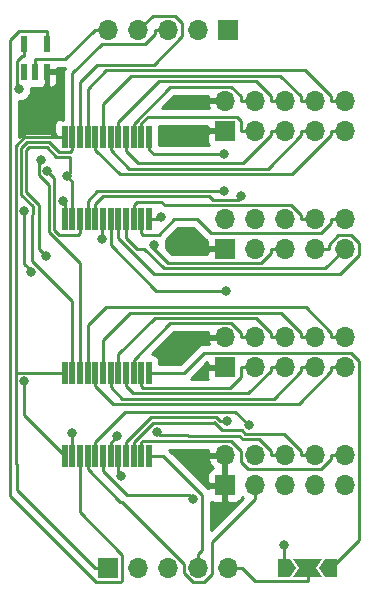
<source format=gtl>
%TF.GenerationSoftware,KiCad,Pcbnew,(5.1.6-0-10_14)*%
%TF.CreationDate,2021-03-01T23:58:59+09:00*%
%TF.ProjectId,qPCR-photo_mux_74HC4067SSOP,71504352-2d70-4686-9f74-6f5f6d75785f,rev?*%
%TF.SameCoordinates,Original*%
%TF.FileFunction,Copper,L1,Top*%
%TF.FilePolarity,Positive*%
%FSLAX46Y46*%
G04 Gerber Fmt 4.6, Leading zero omitted, Abs format (unit mm)*
G04 Created by KiCad (PCBNEW (5.1.6-0-10_14)) date 2021-03-01 23:58:59*
%MOMM*%
%LPD*%
G01*
G04 APERTURE LIST*
%TA.AperFunction,ComponentPad*%
%ADD10O,1.700000X1.700000*%
%TD*%
%TA.AperFunction,ComponentPad*%
%ADD11R,1.700000X1.700000*%
%TD*%
%TA.AperFunction,SMDPad,CuDef*%
%ADD12C,0.100000*%
%TD*%
%TA.AperFunction,Conductor*%
%ADD13C,0.100000*%
%TD*%
%TA.AperFunction,SMDPad,CuDef*%
%ADD14R,0.558800X1.473200*%
%TD*%
%TA.AperFunction,SMDPad,CuDef*%
%ADD15R,0.480000X1.900000*%
%TD*%
%TA.AperFunction,ViaPad*%
%ADD16C,0.800000*%
%TD*%
%TA.AperFunction,Conductor*%
%ADD17C,0.250000*%
%TD*%
%TA.AperFunction,Conductor*%
%ADD18C,0.254000*%
%TD*%
G04 APERTURE END LIST*
D10*
%TO.P,J1,5*%
%TO.N,PD_MUX_OUT*%
X103298000Y-110000000D03*
%TO.P,J1,4*%
%TO.N,VCC_LOGIC*%
X100758000Y-110000000D03*
%TO.P,J1,3*%
%TO.N,N/C*%
X98218000Y-110000000D03*
%TO.P,J1,2*%
X95678000Y-110000000D03*
D11*
%TO.P,J1,1*%
%TO.N,GND*%
X93138000Y-110000000D03*
%TD*%
%TO.P,J2,1*%
%TO.N,ADDRESSA3*%
X103298000Y-64440000D03*
D10*
%TO.P,J2,2*%
%TO.N,ADDRESSA2*%
X100758000Y-64440000D03*
%TO.P,J2,3*%
%TO.N,ADDRESSA1*%
X98218000Y-64440000D03*
%TO.P,J2,4*%
%TO.N,ADDRESSA0*%
X95678000Y-64440000D03*
%TO.P,J2,5*%
%TO.N,MUX_SELECT*%
X93138000Y-64440000D03*
%TD*%
%TA.AperFunction,SMDPad,CuDef*%
D12*
%TO.P,JP1,1*%
%TO.N,/PD_MUX_OUT1*%
G36*
X109000000Y-110000000D02*
G01*
X108500000Y-110750000D01*
X107500000Y-110750000D01*
X107500000Y-109250000D01*
X108500000Y-109250000D01*
X109000000Y-110000000D01*
G37*
%TD.AperFunction*%
%TA.AperFunction,Conductor*%
D13*
%TD*%
%TO.N,PD_MUX_OUT*%
%TO.C,JP1*%
G36*
X110700000Y-110000000D02*
G01*
X111200000Y-110750000D01*
X108800000Y-110750000D01*
X109300000Y-110000000D01*
X108800000Y-109250000D01*
X111200000Y-109250000D01*
X110700000Y-110000000D01*
G37*
%TD.AperFunction*%
%TA.AperFunction,SMDPad,CuDef*%
D12*
%TO.P,JP1,3*%
%TO.N,/PD_MUX_OUT2*%
G36*
X111000000Y-110000000D02*
G01*
X111500000Y-109250000D01*
X112500000Y-109250000D01*
X112500000Y-110750000D01*
X111500000Y-110750000D01*
X111000000Y-110000000D01*
G37*
%TD.AperFunction*%
%TD*%
D10*
%TO.P,N_PD1,10*%
%TO.N,N_PD1_OUT1*%
X113160000Y-70460000D03*
%TO.P,N_PD1,9*%
%TO.N,N_PD1_OUT2*%
X113160000Y-73000000D03*
%TO.P,N_PD1,8*%
%TO.N,N_PD1_OUT3*%
X110620000Y-70460000D03*
%TO.P,N_PD1,7*%
%TO.N,N_PD1_OUT4*%
X110620000Y-73000000D03*
%TO.P,N_PD1,6*%
%TO.N,N_PD1_OUT5*%
X108080000Y-70460000D03*
%TO.P,N_PD1,5*%
%TO.N,N_PD1_OUT6*%
X108080000Y-73000000D03*
%TO.P,N_PD1,4*%
%TO.N,N_PD1_OUT7*%
X105540000Y-70460000D03*
%TO.P,N_PD1,3*%
%TO.N,N_PD1_OUT8*%
X105540000Y-73000000D03*
%TO.P,N_PD1,2*%
%TO.N,GND*%
X103000000Y-70460000D03*
D11*
%TO.P,N_PD1,1*%
X103000000Y-73000000D03*
%TD*%
%TO.P,N_PD2,1*%
%TO.N,GND*%
X103000000Y-83000000D03*
D10*
%TO.P,N_PD2,2*%
X103000000Y-80460000D03*
%TO.P,N_PD2,3*%
%TO.N,N_PD1_OUT16*%
X105540000Y-83000000D03*
%TO.P,N_PD2,4*%
%TO.N,N_PD1_OUT15*%
X105540000Y-80460000D03*
%TO.P,N_PD2,5*%
%TO.N,N_PD1_OUT14*%
X108080000Y-83000000D03*
%TO.P,N_PD2,6*%
%TO.N,N_PD1_OUT13*%
X108080000Y-80460000D03*
%TO.P,N_PD2,7*%
%TO.N,N_PD1_OUT12*%
X110620000Y-83000000D03*
%TO.P,N_PD2,8*%
%TO.N,N_PD1_OUT10*%
X110620000Y-80460000D03*
%TO.P,N_PD2,9*%
%TO.N,N_PD1_OUT11*%
X113160000Y-83000000D03*
%TO.P,N_PD2,10*%
%TO.N,N_PD1_OUT9*%
X113160000Y-80460000D03*
%TD*%
D11*
%TO.P,S_PD1,1*%
%TO.N,GND*%
X103000000Y-93000000D03*
D10*
%TO.P,S_PD1,2*%
X103000000Y-90460000D03*
%TO.P,S_PD1,3*%
%TO.N,S_PD1_OUT8*%
X105540000Y-93000000D03*
%TO.P,S_PD1,4*%
%TO.N,S_PD1_OUT7*%
X105540000Y-90460000D03*
%TO.P,S_PD1,5*%
%TO.N,S_PD1_OUT6*%
X108080000Y-93000000D03*
%TO.P,S_PD1,6*%
%TO.N,S_PD1_OUT5*%
X108080000Y-90460000D03*
%TO.P,S_PD1,7*%
%TO.N,S_PD1_OUT4*%
X110620000Y-93000000D03*
%TO.P,S_PD1,8*%
%TO.N,S_PD1_OUT3*%
X110620000Y-90460000D03*
%TO.P,S_PD1,9*%
%TO.N,S_PD1_OUT2*%
X113160000Y-93000000D03*
%TO.P,S_PD1,10*%
%TO.N,S_PD1_OUT1*%
X113160000Y-90460000D03*
%TD*%
%TO.P,S_PD2,10*%
%TO.N,S_PD1_OUT9*%
X113160000Y-100460000D03*
%TO.P,S_PD2,9*%
%TO.N,S_PD1_OUT11*%
X113160000Y-103000000D03*
%TO.P,S_PD2,8*%
%TO.N,S_PD1_OUT10*%
X110620000Y-100460000D03*
%TO.P,S_PD2,7*%
%TO.N,S_PD1_OUT12*%
X110620000Y-103000000D03*
%TO.P,S_PD2,6*%
%TO.N,S_PD1_OUT13*%
X108080000Y-100460000D03*
%TO.P,S_PD2,5*%
%TO.N,S_PD1_OUT14*%
X108080000Y-103000000D03*
%TO.P,S_PD2,4*%
%TO.N,S_PD1_OUT15*%
X105540000Y-100460000D03*
%TO.P,S_PD2,3*%
%TO.N,S_PD1_OUT16*%
X105540000Y-103000000D03*
%TO.P,S_PD2,2*%
%TO.N,GND*%
X103000000Y-100460000D03*
D11*
%TO.P,S_PD2,1*%
X103000000Y-103000000D03*
%TD*%
D14*
%TO.P,U2,5*%
%TO.N,VCC_LOGIC*%
X85999999Y-65612400D03*
%TO.P,U2,4*%
%TO.N,/MUX_SELECT_INV*%
X87900001Y-65612400D03*
%TO.P,U2,3*%
%TO.N,GND*%
X87900001Y-68000000D03*
%TO.P,U2,2*%
%TO.N,MUX_SELECT*%
X86950000Y-68000000D03*
%TO.P,U2,1*%
%TO.N,N/C*%
X85999999Y-68000000D03*
%TD*%
D15*
%TO.P,U1,1*%
%TO.N,/PD_MUX_OUT2*%
X96575000Y-93495000D03*
%TO.P,U1,2*%
%TO.N,S_PD1_OUT8*%
X95925000Y-93495000D03*
%TO.P,U1,3*%
%TO.N,S_PD1_OUT7*%
X95275000Y-93495000D03*
%TO.P,U1,4*%
%TO.N,S_PD1_OUT6*%
X94625000Y-93495000D03*
%TO.P,U1,5*%
%TO.N,S_PD1_OUT5*%
X93975000Y-93495000D03*
%TO.P,U1,6*%
%TO.N,S_PD1_OUT4*%
X93325000Y-93495000D03*
%TO.P,U1,7*%
%TO.N,S_PD1_OUT3*%
X92675000Y-93495000D03*
%TO.P,U1,8*%
%TO.N,S_PD1_OUT2*%
X92025000Y-93495000D03*
%TO.P,U1,9*%
%TO.N,S_PD1_OUT1*%
X91375000Y-93495000D03*
%TO.P,U1,10*%
%TO.N,ADDRESSA0*%
X90725000Y-93495000D03*
%TO.P,U1,11*%
%TO.N,ADDRESSA1*%
X90075000Y-93495000D03*
%TO.P,U1,12*%
%TO.N,GND*%
X89425000Y-93495000D03*
%TO.P,U1,13*%
%TO.N,ADDRESSA3*%
X89425000Y-100505000D03*
%TO.P,U1,14*%
%TO.N,ADDRESSA2*%
X90075000Y-100505000D03*
%TO.P,U1,15*%
%TO.N,/MUX_SELECT_INV*%
X90725000Y-100505000D03*
%TO.P,U1,16*%
%TO.N,S_PD1_OUT16*%
X91375000Y-100505000D03*
%TO.P,U1,17*%
%TO.N,S_PD1_OUT15*%
X92025000Y-100505000D03*
%TO.P,U1,18*%
%TO.N,S_PD1_OUT14*%
X92675000Y-100505000D03*
%TO.P,U1,19*%
%TO.N,S_PD1_OUT13*%
X93325000Y-100505000D03*
%TO.P,U1,20*%
%TO.N,S_PD1_OUT12*%
X93975000Y-100505000D03*
%TO.P,U1,21*%
%TO.N,S_PD1_OUT11*%
X94625000Y-100505000D03*
%TO.P,U1,22*%
%TO.N,S_PD1_OUT10*%
X95275000Y-100505000D03*
%TO.P,U1,23*%
%TO.N,S_PD1_OUT9*%
X95925000Y-100505000D03*
%TO.P,U1,24*%
%TO.N,VCC_LOGIC*%
X96575000Y-100505000D03*
%TD*%
%TO.P,U3,24*%
%TO.N,VCC_LOGIC*%
X96575000Y-80505000D03*
%TO.P,U3,23*%
%TO.N,N_PD1_OUT9*%
X95925000Y-80505000D03*
%TO.P,U3,22*%
%TO.N,N_PD1_OUT10*%
X95275000Y-80505000D03*
%TO.P,U3,21*%
%TO.N,N_PD1_OUT11*%
X94625000Y-80505000D03*
%TO.P,U3,20*%
%TO.N,N_PD1_OUT12*%
X93975000Y-80505000D03*
%TO.P,U3,19*%
%TO.N,N_PD1_OUT13*%
X93325000Y-80505000D03*
%TO.P,U3,18*%
%TO.N,N_PD1_OUT14*%
X92675000Y-80505000D03*
%TO.P,U3,17*%
%TO.N,N_PD1_OUT15*%
X92025000Y-80505000D03*
%TO.P,U3,16*%
%TO.N,N_PD1_OUT16*%
X91375000Y-80505000D03*
%TO.P,U3,15*%
%TO.N,MUX_SELECT*%
X90725000Y-80505000D03*
%TO.P,U3,14*%
%TO.N,ADDRESSA2*%
X90075000Y-80505000D03*
%TO.P,U3,13*%
%TO.N,ADDRESSA3*%
X89425000Y-80505000D03*
%TO.P,U3,12*%
%TO.N,GND*%
X89425000Y-73495000D03*
%TO.P,U3,11*%
%TO.N,ADDRESSA1*%
X90075000Y-73495000D03*
%TO.P,U3,10*%
%TO.N,ADDRESSA0*%
X90725000Y-73495000D03*
%TO.P,U3,9*%
%TO.N,N_PD1_OUT1*%
X91375000Y-73495000D03*
%TO.P,U3,8*%
%TO.N,N_PD1_OUT2*%
X92025000Y-73495000D03*
%TO.P,U3,7*%
%TO.N,N_PD1_OUT3*%
X92675000Y-73495000D03*
%TO.P,U3,6*%
%TO.N,N_PD1_OUT4*%
X93325000Y-73495000D03*
%TO.P,U3,5*%
%TO.N,N_PD1_OUT5*%
X93975000Y-73495000D03*
%TO.P,U3,4*%
%TO.N,N_PD1_OUT6*%
X94625000Y-73495000D03*
%TO.P,U3,3*%
%TO.N,N_PD1_OUT7*%
X95275000Y-73495000D03*
%TO.P,U3,2*%
%TO.N,N_PD1_OUT8*%
X95925000Y-73495000D03*
%TO.P,U3,1*%
%TO.N,/PD_MUX_OUT1*%
X96575000Y-73495000D03*
%TD*%
D16*
%TO.N,VCC_LOGIC*%
X85563500Y-69465700D03*
X97550000Y-80300000D03*
%TO.N,ADDRESSA3*%
X86015000Y-79753000D03*
X89280000Y-78925000D03*
X86001900Y-94220000D03*
X86589497Y-84920503D03*
%TO.N,ADDRESSA2*%
X89600000Y-76825000D03*
X90075000Y-98575000D03*
X87889700Y-83606900D03*
%TO.N,ADDRESSA0*%
X87450000Y-75450000D03*
%TO.N,MUX_SELECT*%
X87950000Y-76375000D03*
%TO.N,/PD_MUX_OUT1*%
X108000000Y-108091900D03*
X102911600Y-74997400D03*
%TO.N,N_PD1_OUT16*%
X102884600Y-78088300D03*
%TO.N,N_PD1_OUT15*%
X104342700Y-78558000D03*
%TO.N,N_PD1_OUT14*%
X97000000Y-82625000D03*
X92600000Y-82200000D03*
%TO.N,N_PD1_OUT13*%
X103115200Y-86557400D03*
%TO.N,S_PD1_OUT11*%
X103181500Y-97563500D03*
%TO.N,S_PD1_OUT12*%
X94175000Y-102200000D03*
%TO.N,S_PD1_OUT13*%
X93900000Y-98850000D03*
X97225000Y-98504999D03*
X93900000Y-98850000D03*
%TO.N,S_PD1_OUT14*%
X100328400Y-104139000D03*
%TO.N,S_PD1_OUT15*%
X105014300Y-97926700D03*
%TD*%
D17*
%TO.N,PD_MUX_OUT*%
X103298000Y-110000000D02*
X104473300Y-110000000D01*
X110000000Y-110000000D02*
X110000000Y-111075300D01*
X110000000Y-111075300D02*
X105548600Y-111075300D01*
X105548600Y-111075300D02*
X104473300Y-110000000D01*
%TO.N,VCC_LOGIC*%
X100758000Y-110000000D02*
X100758000Y-108824700D01*
X100758000Y-108824700D02*
X101053700Y-108529000D01*
X101053700Y-108529000D02*
X101053700Y-103838500D01*
X101053700Y-103838500D02*
X100217400Y-103002200D01*
X86000000Y-66674300D02*
X85848700Y-66674300D01*
X85848700Y-66674300D02*
X85395300Y-67127700D01*
X85395300Y-67127700D02*
X85395300Y-69297500D01*
X85395300Y-69297500D02*
X85563500Y-69465700D01*
X86000000Y-65612400D02*
X86000000Y-66674300D01*
X97345000Y-80505000D02*
X97550000Y-80300000D01*
X96575000Y-80505000D02*
X97345000Y-80505000D01*
X97720200Y-100505000D02*
X100217400Y-103002200D01*
X96575000Y-100505000D02*
X97720200Y-100505000D01*
%TO.N,GND*%
X86015000Y-72262900D02*
X86015000Y-70997800D01*
X86015000Y-70997800D02*
X87900000Y-69112800D01*
X87900000Y-69112800D02*
X87900000Y-68000000D01*
X86015000Y-72895400D02*
X86015000Y-72262900D01*
X86015000Y-72895400D02*
X86015000Y-73528000D01*
X103000000Y-103000000D02*
X103000000Y-100460000D01*
X86048000Y-73495000D02*
X86015000Y-73528000D01*
X89425000Y-73495000D02*
X86048000Y-73495000D01*
X85410200Y-103447500D02*
X85410200Y-101285200D01*
X93138000Y-110000000D02*
X91962700Y-110000000D01*
X85410200Y-101285200D02*
X85276900Y-101151900D01*
X85276900Y-74266100D02*
X86015000Y-73528000D01*
X91962700Y-110000000D02*
X85410200Y-103447500D01*
X85345000Y-93495000D02*
X85276900Y-93426900D01*
X89425000Y-93495000D02*
X85345000Y-93495000D01*
X85276900Y-93426900D02*
X85276900Y-74266100D01*
X85276900Y-101151900D02*
X85276900Y-93426900D01*
%TO.N,ADDRESSA3*%
X86015000Y-81737100D02*
X86015000Y-79753000D01*
X86015000Y-83002200D02*
X86015000Y-84275800D01*
X86015000Y-84275800D02*
X86624600Y-84885400D01*
X86015000Y-81737100D02*
X86015000Y-83002200D01*
X89425000Y-79070000D02*
X89280000Y-78925000D01*
X89425000Y-80505000D02*
X89425000Y-79070000D01*
X86001900Y-97081900D02*
X86001900Y-94220000D01*
X89425000Y-100505000D02*
X86001900Y-97081900D01*
%TO.N,ADDRESSA2*%
X90075000Y-100505000D02*
X90075000Y-98575000D01*
X90075000Y-77300000D02*
X89600000Y-76825000D01*
X90075000Y-80505000D02*
X90075000Y-77300000D01*
X89900000Y-76525000D02*
X89600000Y-76825000D01*
X89900000Y-75220011D02*
X89900000Y-76525000D01*
X88738599Y-75220011D02*
X89900000Y-75220011D01*
X87918588Y-74400000D02*
X88738599Y-75220011D01*
X86176920Y-78205508D02*
X86176920Y-74638900D01*
X87285000Y-79313588D02*
X86176920Y-78205508D01*
X86415820Y-74400000D02*
X87918588Y-74400000D01*
X87889700Y-83606900D02*
X87285000Y-83002200D01*
X86176920Y-74638900D02*
X86415820Y-74400000D01*
X87285000Y-83002200D02*
X87285000Y-79313588D01*
%TO.N,ADDRESSA1*%
X97042700Y-64440000D02*
X98218000Y-64440000D01*
X90075000Y-68114000D02*
X92573700Y-65615300D01*
X96234800Y-65615300D02*
X97042700Y-64807400D01*
X97042700Y-64807400D02*
X97042700Y-64440000D01*
X92573700Y-65615300D02*
X96234800Y-65615300D01*
X90075000Y-73495000D02*
X90075000Y-68114000D01*
X90075000Y-74620002D02*
X90075000Y-73495000D01*
X88924999Y-74770001D02*
X89925001Y-74770001D01*
X89925001Y-74770001D02*
X90075000Y-74620002D01*
X88100008Y-73945010D02*
X88924999Y-74770001D01*
X90075000Y-93495000D02*
X90075000Y-87380700D01*
X85726910Y-74452500D02*
X86234400Y-73945010D01*
X86740001Y-79404999D02*
X85726910Y-78391908D01*
X85726910Y-78391908D02*
X85726910Y-74452500D01*
X86740001Y-80053899D02*
X86740001Y-79404999D01*
X90075000Y-87380700D02*
X86680200Y-83985900D01*
X86234400Y-73945010D02*
X88100008Y-73945010D01*
X86680200Y-80113700D02*
X86740001Y-80053899D01*
X86680200Y-83985900D02*
X86680200Y-80113700D01*
%TO.N,ADDRESSA0*%
X92140100Y-67412700D02*
X96985900Y-67412700D01*
X96985900Y-67412700D02*
X99399000Y-64999600D01*
X99399000Y-64999600D02*
X99399000Y-63887300D01*
X99399000Y-63887300D02*
X98754500Y-63242800D01*
X98754500Y-63242800D02*
X96875200Y-63242800D01*
X96875200Y-63242800D02*
X95678000Y-64440000D01*
X90725000Y-68827800D02*
X90725000Y-73495000D01*
X92140100Y-67412700D02*
X90725000Y-68827800D01*
X88104989Y-77602991D02*
X87224999Y-76723001D01*
X88104989Y-81596401D02*
X88104989Y-77602991D01*
X90725000Y-84216412D02*
X88104989Y-81596401D01*
X87224999Y-76723001D02*
X87224999Y-75675001D01*
X87224999Y-75675001D02*
X87450000Y-75450000D01*
X90725000Y-93495000D02*
X90725000Y-84216412D01*
%TO.N,MUX_SELECT*%
X86950000Y-68000000D02*
X86950000Y-66938100D01*
X93138000Y-64440000D02*
X91962700Y-64440000D01*
X91962700Y-64440000D02*
X89464600Y-66938100D01*
X89464600Y-66938100D02*
X86950000Y-66938100D01*
X90725000Y-81630002D02*
X90575001Y-81780001D01*
X90725000Y-80505000D02*
X90725000Y-81630002D01*
X88924999Y-81780001D02*
X88554999Y-81410001D01*
X90575001Y-81780001D02*
X88924999Y-81780001D01*
X88554999Y-76979999D02*
X87950000Y-76375000D01*
X88554999Y-81410001D02*
X88554999Y-76979999D01*
%TO.N,/PD_MUX_OUT1*%
X108000000Y-108091900D02*
X108000000Y-110000000D01*
X96575000Y-74600000D02*
X96575000Y-73495000D01*
X96972400Y-74997400D02*
X96575000Y-74600000D01*
X102911600Y-74997400D02*
X96972400Y-74997400D01*
%TO.N,/PD_MUX_OUT2*%
X101237300Y-91796600D02*
X113666000Y-91796600D01*
X113666000Y-91796600D02*
X114335300Y-92465900D01*
X114335300Y-92465900D02*
X114335300Y-107664700D01*
X114335300Y-107664700D02*
X112000000Y-110000000D01*
X99538900Y-93495000D02*
X101237300Y-91796600D01*
X96575000Y-93495000D02*
X99538900Y-93495000D01*
%TO.N,N_PD1_OUT1*%
X92959700Y-67863100D02*
X109755100Y-67863100D01*
X109755100Y-67863100D02*
X111984700Y-70092700D01*
X111984700Y-70092700D02*
X111984700Y-70460000D01*
X113160000Y-70460000D02*
X111984700Y-70460000D01*
X91375000Y-69447800D02*
X92959700Y-67863100D01*
X91375000Y-73495000D02*
X91375000Y-69447800D01*
%TO.N,N_PD1_OUT2*%
X108680300Y-76671700D02*
X94076698Y-76671700D01*
X94076698Y-76671700D02*
X92025000Y-74620002D01*
X92025000Y-74620002D02*
X92025000Y-73495000D01*
X111984700Y-73367300D02*
X108680300Y-76671700D01*
X111984700Y-73000000D02*
X111984700Y-73367300D01*
X113160000Y-73000000D02*
X111984700Y-73000000D01*
%TO.N,N_PD1_OUT3*%
X95017100Y-68345700D02*
X107697700Y-68345700D01*
X107697700Y-68345700D02*
X109444700Y-70092700D01*
X109444700Y-70092700D02*
X109444700Y-70460000D01*
X110620000Y-70460000D02*
X109444700Y-70460000D01*
X92675000Y-70687800D02*
X95017100Y-68345700D01*
X92675000Y-73495000D02*
X92675000Y-70687800D01*
%TO.N,N_PD1_OUT4*%
X93325000Y-74620002D02*
X93325000Y-73495000D01*
X94909298Y-76204300D02*
X93325000Y-74620002D01*
X110620000Y-73000000D02*
X109444700Y-73000000D01*
X106607700Y-76204300D02*
X94909298Y-76204300D01*
X109444700Y-73367300D02*
X106607700Y-76204300D01*
X109444700Y-73000000D02*
X109444700Y-73367300D01*
%TO.N,N_PD1_OUT5*%
X105623500Y-68811500D02*
X106904700Y-70092700D01*
X106904700Y-70092700D02*
X106904700Y-70460000D01*
X108080000Y-70460000D02*
X106904700Y-70460000D01*
X97458500Y-68811500D02*
X105623500Y-68811500D01*
X93975000Y-72295000D02*
X97458500Y-68811500D01*
X93975000Y-73495000D02*
X93975000Y-72295000D01*
%TO.N,N_PD1_OUT6*%
X94625000Y-74695000D02*
X94625000Y-73495000D01*
X95678000Y-75748000D02*
X94625000Y-74695000D01*
X104524000Y-75748000D02*
X95678000Y-75748000D01*
X108080000Y-73000000D02*
X106904700Y-73000000D01*
X106904700Y-73367300D02*
X104524000Y-75748000D01*
X106904700Y-73000000D02*
X106904700Y-73367300D01*
%TO.N,N_PD1_OUT7*%
X104364700Y-70460000D02*
X105540000Y-70460000D01*
X103556800Y-69284700D02*
X104364700Y-70092600D01*
X98373888Y-69284700D02*
X103556800Y-69284700D01*
X95275000Y-72383588D02*
X98373888Y-69284700D01*
X104364700Y-70092600D02*
X104364700Y-70460000D01*
X95275000Y-73495000D02*
X95275000Y-72383588D01*
%TO.N,N_PD1_OUT8*%
X95925000Y-72369998D02*
X95925000Y-73495000D01*
X96470298Y-71824700D02*
X95925000Y-72369998D01*
X103997500Y-71824700D02*
X96470298Y-71824700D01*
X104364700Y-72191900D02*
X103997500Y-71824700D01*
X104364700Y-73000000D02*
X104364700Y-72191900D01*
X105540000Y-73000000D02*
X104364700Y-73000000D01*
%TO.N,N_PD1_OUT16*%
X92208700Y-78088300D02*
X102884600Y-78088300D01*
X91375000Y-78922000D02*
X91375000Y-80505000D01*
X92208700Y-78088300D02*
X91375000Y-78922000D01*
%TO.N,N_PD1_OUT15*%
X104066010Y-78834690D02*
X104342700Y-78558000D01*
X101688310Y-78538310D02*
X101984690Y-78834690D01*
X101984690Y-78834690D02*
X104066010Y-78834690D01*
X92696690Y-78538310D02*
X101688310Y-78538310D01*
X92025000Y-79210000D02*
X92696690Y-78538310D01*
X92025000Y-80505000D02*
X92025000Y-79210000D01*
%TO.N,N_PD1_OUT14*%
X108080000Y-83000000D02*
X106904700Y-83000000D01*
X106904700Y-83367400D02*
X106904700Y-83000000D01*
X106096800Y-84175300D02*
X106904700Y-83367400D01*
X98172300Y-84175300D02*
X106096800Y-84175300D01*
X96812000Y-82815000D02*
X98172300Y-84175300D01*
X97000000Y-82627000D02*
X97000000Y-82625000D01*
X96812000Y-82815000D02*
X97000000Y-82627000D01*
X92600000Y-80580000D02*
X92675000Y-80505000D01*
X92600000Y-82200000D02*
X92600000Y-80580000D01*
%TO.N,N_PD1_OUT13*%
X97190200Y-86557400D02*
X93325000Y-82692200D01*
X93325000Y-82692200D02*
X93325000Y-80505000D01*
X103115200Y-86557400D02*
X97190200Y-86557400D01*
%TO.N,N_PD1_OUT12*%
X97001800Y-85099000D02*
X93975000Y-82072200D01*
X93975000Y-82072200D02*
X93975000Y-80505000D01*
X114345400Y-83477900D02*
X112724300Y-85099000D01*
X114345400Y-82515100D02*
X114345400Y-83477900D01*
X112724300Y-85099000D02*
X97001800Y-85099000D01*
X111795300Y-82632600D02*
X112603200Y-81824700D01*
X113655000Y-81824700D02*
X114345400Y-82515100D01*
X110620000Y-83000000D02*
X111795300Y-83000000D01*
X112603200Y-81824700D02*
X113655000Y-81824700D01*
X111795300Y-83000000D02*
X111795300Y-82632600D01*
%TO.N,N_PD1_OUT10*%
X95275000Y-79300000D02*
X95275000Y-80505000D01*
X95586680Y-78988320D02*
X95275000Y-79300000D01*
X97613320Y-78988320D02*
X95586680Y-78988320D01*
X108636800Y-79284700D02*
X97909700Y-79284700D01*
X109444700Y-80092600D02*
X108636800Y-79284700D01*
X97909700Y-79284700D02*
X97613320Y-78988320D01*
X109444700Y-80460000D02*
X109444700Y-80092600D01*
X110620000Y-80460000D02*
X109444700Y-80460000D01*
%TO.N,N_PD1_OUT11*%
X113160000Y-83000000D02*
X111513800Y-84646200D01*
X111513800Y-84646200D02*
X97819000Y-84646200D01*
X97819000Y-84646200D02*
X96175000Y-83002200D01*
X96175000Y-83002200D02*
X95541410Y-83002200D01*
X94625000Y-82085790D02*
X94625000Y-80505000D01*
X95541410Y-83002200D02*
X94625000Y-82085790D01*
%TO.N,N_PD1_OUT9*%
X113160000Y-80460000D02*
X111984700Y-80460000D01*
X98715000Y-80472000D02*
X100619900Y-80472000D01*
X100619900Y-80472000D02*
X101783200Y-81635300D01*
X101783200Y-81635300D02*
X111176800Y-81635300D01*
X111176800Y-81635300D02*
X111984700Y-80827400D01*
X111984700Y-80827400D02*
X111984700Y-80460000D01*
X96074999Y-81780001D02*
X95925000Y-81630002D01*
X97406999Y-81780001D02*
X96074999Y-81780001D01*
X95925000Y-81630002D02*
X95925000Y-80505000D01*
X98715000Y-80472000D02*
X97406999Y-81780001D01*
%TO.N,S_PD1_OUT8*%
X95925000Y-94620002D02*
X95925000Y-93495000D01*
X96074999Y-94770001D02*
X95925000Y-94620002D01*
X103402799Y-94770001D02*
X96074999Y-94770001D01*
X104364700Y-93808100D02*
X103402799Y-94770001D01*
X104364700Y-93000000D02*
X104364700Y-93808100D01*
X105540000Y-93000000D02*
X104364700Y-93000000D01*
%TO.N,S_PD1_OUT7*%
X104364700Y-90460000D02*
X105540000Y-90460000D01*
X103556800Y-89284700D02*
X104364700Y-90092600D01*
X104364700Y-90092600D02*
X104364700Y-90460000D01*
X98360298Y-89284700D02*
X103556800Y-89284700D01*
X95275000Y-92369998D02*
X98360298Y-89284700D01*
X95275000Y-93495000D02*
X95275000Y-92369998D01*
%TO.N,S_PD1_OUT6*%
X104985990Y-95220010D02*
X95225008Y-95220010D01*
X95225008Y-95220010D02*
X94625000Y-94620002D01*
X94625000Y-94620002D02*
X94625000Y-93495000D01*
X106904700Y-93301300D02*
X104985990Y-95220010D01*
X106904700Y-93000000D02*
X106904700Y-93301300D01*
X108080000Y-93000000D02*
X106904700Y-93000000D01*
%TO.N,S_PD1_OUT5*%
X108080000Y-90460000D02*
X106904700Y-90460000D01*
X106904700Y-90460000D02*
X106904700Y-90097700D01*
X106904700Y-90097700D02*
X105641400Y-88834400D01*
X105641400Y-88834400D02*
X97068400Y-88834400D01*
X93975000Y-91927800D02*
X97068400Y-88834400D01*
X93975000Y-93495000D02*
X93975000Y-91927800D01*
%TO.N,S_PD1_OUT4*%
X109444700Y-93000000D02*
X110620000Y-93000000D01*
X93325000Y-93495000D02*
X93325000Y-94695000D01*
X107142081Y-95670019D02*
X109444700Y-93367400D01*
X109444700Y-93367400D02*
X109444700Y-93000000D01*
X94300019Y-95670019D02*
X107142081Y-95670019D01*
X93325000Y-94695000D02*
X94300019Y-95670019D01*
%TO.N,S_PD1_OUT3*%
X94978700Y-88384100D02*
X107736200Y-88384100D01*
X107736200Y-88384100D02*
X109444700Y-90092600D01*
X109444700Y-90092600D02*
X109444700Y-90460000D01*
X110620000Y-90460000D02*
X109444700Y-90460000D01*
X92675000Y-90687800D02*
X94978700Y-88384100D01*
X92675000Y-93495000D02*
X92675000Y-90687800D01*
%TO.N,S_PD1_OUT2*%
X92025000Y-94620002D02*
X92025000Y-93495000D01*
X111984700Y-93000000D02*
X111984700Y-93367400D01*
X111984700Y-93367400D02*
X109232071Y-96120029D01*
X93525026Y-96120028D02*
X92025000Y-94620002D01*
X109232071Y-96120029D02*
X93525026Y-96120028D01*
X113160000Y-93000000D02*
X111984700Y-93000000D01*
%TO.N,S_PD1_OUT1*%
X113160000Y-90460000D02*
X111984700Y-90460000D01*
X92889100Y-87933700D02*
X109825700Y-87933700D01*
X109825700Y-87933700D02*
X111984700Y-90092700D01*
X111984700Y-90092700D02*
X111984700Y-90460000D01*
X91375000Y-89447800D02*
X91375000Y-93495000D01*
X92889100Y-87933700D02*
X91375000Y-89447800D01*
%TO.N,S_PD1_OUT9*%
X95925000Y-99379998D02*
X95925000Y-100505000D01*
X103526600Y-99248300D02*
X99726990Y-99248300D01*
X104364600Y-100086300D02*
X103526600Y-99248300D01*
X96074999Y-99229999D02*
X95925000Y-99379998D01*
X99708689Y-99229999D02*
X96074999Y-99229999D01*
X111984700Y-100460000D02*
X111984700Y-100827400D01*
X99726990Y-99248300D02*
X99708689Y-99229999D01*
X104364600Y-101010900D02*
X104364600Y-100086300D01*
X111984700Y-100827400D02*
X111176800Y-101635300D01*
X104989000Y-101635300D02*
X104364600Y-101010900D01*
X113160000Y-100460000D02*
X111984700Y-100460000D01*
X111176800Y-101635300D02*
X104989000Y-101635300D01*
%TO.N,S_PD1_OUT11*%
X102281825Y-97229510D02*
X96700490Y-97229510D01*
X102615815Y-97563500D02*
X102281825Y-97229510D01*
X94625000Y-99305000D02*
X94625000Y-100505000D01*
X96700490Y-97229510D02*
X94625000Y-99305000D01*
X103181500Y-97563500D02*
X102615815Y-97563500D01*
%TO.N,S_PD1_OUT10*%
X95275000Y-99305000D02*
X95275000Y-100505000D01*
X102095425Y-97679520D02*
X102074945Y-97700000D01*
X102763505Y-98347600D02*
X102095425Y-97679520D01*
X104409500Y-98347600D02*
X102763505Y-98347600D01*
X104713900Y-98652000D02*
X104409500Y-98347600D01*
X108004100Y-98652000D02*
X104713900Y-98652000D01*
X96880000Y-97700000D02*
X95275000Y-99305000D01*
X110620000Y-100460000D02*
X109444700Y-100460000D01*
X109444700Y-100092600D02*
X108004100Y-98652000D01*
X102074945Y-97700000D02*
X96880000Y-97700000D01*
X109444700Y-100460000D02*
X109444700Y-100092600D01*
%TO.N,S_PD1_OUT12*%
X93975000Y-102000000D02*
X94175000Y-102200000D01*
X93975000Y-100505000D02*
X93975000Y-102000000D01*
%TO.N,S_PD1_OUT13*%
X99913000Y-98797900D02*
X104222900Y-98797900D01*
X104222900Y-98797900D02*
X104527300Y-99102300D01*
X104527300Y-99102300D02*
X105914300Y-99102300D01*
X105914300Y-99102300D02*
X106904700Y-100092700D01*
X106904700Y-100092700D02*
X106904700Y-100460000D01*
X108080000Y-100460000D02*
X106904700Y-100460000D01*
X93325000Y-99425000D02*
X93900000Y-98850000D01*
X93325000Y-100505000D02*
X93325000Y-99425000D01*
X97499990Y-98779989D02*
X97225000Y-98504999D01*
X99895089Y-98779989D02*
X97499990Y-98779989D01*
X99913000Y-98797900D02*
X99895089Y-98779989D01*
%TO.N,S_PD1_OUT14*%
X99988000Y-103798600D02*
X100328400Y-104139000D01*
X94700598Y-103798600D02*
X99988000Y-103798600D01*
X92675000Y-101773002D02*
X94700598Y-103798600D01*
X92675000Y-100505000D02*
X92675000Y-101773002D01*
%TO.N,S_PD1_OUT15*%
X103867100Y-96779500D02*
X105014300Y-97926700D01*
X92025000Y-99305000D02*
X94550500Y-96779500D01*
X94550500Y-96779500D02*
X103867100Y-96779500D01*
X92025000Y-100505000D02*
X92025000Y-99305000D01*
%TO.N,S_PD1_OUT16*%
X94299200Y-104408200D02*
X99534600Y-109643600D01*
X99534600Y-109643600D02*
X99534600Y-110443500D01*
X99534600Y-110443500D02*
X100314100Y-111223000D01*
X100314100Y-111223000D02*
X101264500Y-111223000D01*
X101264500Y-111223000D02*
X101943600Y-110543900D01*
X101943600Y-110543900D02*
X101943600Y-107771700D01*
X101943600Y-107771700D02*
X105540000Y-104175300D01*
X105540000Y-103000000D02*
X105540000Y-104175300D01*
X94153198Y-104408200D02*
X94299200Y-104408200D01*
X91375000Y-101630002D02*
X94153198Y-104408200D01*
X91375000Y-100505000D02*
X91375000Y-101630002D01*
%TO.N,/MUX_SELECT_INV*%
X84826500Y-103902900D02*
X84826500Y-65309700D01*
X87900000Y-64550500D02*
X87900000Y-65612400D01*
X92099000Y-111175400D02*
X84826500Y-103902900D01*
X94313400Y-111031100D02*
X94169100Y-111175400D01*
X94169100Y-111175400D02*
X92099000Y-111175400D01*
X90725000Y-105301998D02*
X94313400Y-108890398D01*
X84826500Y-65309700D02*
X85585700Y-64550500D01*
X94313400Y-108890398D02*
X94313400Y-111031100D01*
X85585700Y-64550500D02*
X87900000Y-64550500D01*
X90725000Y-100505000D02*
X90725000Y-105301998D01*
%TD*%
D18*
%TO.N,GND*%
G36*
X93265000Y-109873000D02*
G01*
X93285000Y-109873000D01*
X93285000Y-110127000D01*
X93265000Y-110127000D01*
X93265000Y-110147000D01*
X93011000Y-110147000D01*
X93011000Y-110127000D01*
X92991000Y-110127000D01*
X92991000Y-109873000D01*
X93011000Y-109873000D01*
X93011000Y-109853000D01*
X93265000Y-109853000D01*
X93265000Y-109873000D01*
G37*
X93265000Y-109873000D02*
X93285000Y-109873000D01*
X93285000Y-110127000D01*
X93265000Y-110127000D01*
X93265000Y-110147000D01*
X93011000Y-110147000D01*
X93011000Y-110127000D01*
X92991000Y-110127000D01*
X92991000Y-109873000D01*
X93011000Y-109873000D01*
X93011000Y-109853000D01*
X93265000Y-109853000D01*
X93265000Y-109873000D01*
G36*
X99578004Y-99997303D02*
G01*
X99689657Y-100008300D01*
X99726990Y-100011977D01*
X99764323Y-100008300D01*
X101592151Y-100008300D01*
X101558519Y-100103109D01*
X101679186Y-100333000D01*
X102873000Y-100333000D01*
X102873000Y-100313000D01*
X103127000Y-100313000D01*
X103127000Y-100333000D01*
X103147000Y-100333000D01*
X103147000Y-100587000D01*
X103127000Y-100587000D01*
X103127000Y-102873000D01*
X103147000Y-102873000D01*
X103147000Y-103127000D01*
X103127000Y-103127000D01*
X103127000Y-104326250D01*
X103285750Y-104485000D01*
X103850000Y-104488072D01*
X103974482Y-104475812D01*
X104094180Y-104439502D01*
X104204494Y-104380537D01*
X104301185Y-104301185D01*
X104380537Y-104204494D01*
X104439502Y-104094180D01*
X104461513Y-104021620D01*
X104540196Y-104100303D01*
X101813700Y-106826799D01*
X101813700Y-104390262D01*
X101905820Y-104439502D01*
X102025518Y-104475812D01*
X102150000Y-104488072D01*
X102714250Y-104485000D01*
X102873000Y-104326250D01*
X102873000Y-103127000D01*
X101673750Y-103127000D01*
X101545376Y-103255374D01*
X100781203Y-102491202D01*
X100781199Y-102491197D01*
X100440002Y-102150000D01*
X101511928Y-102150000D01*
X101515000Y-102714250D01*
X101673750Y-102873000D01*
X102873000Y-102873000D01*
X102873000Y-100587000D01*
X101679186Y-100587000D01*
X101558519Y-100816891D01*
X101655843Y-101091252D01*
X101804822Y-101341355D01*
X101981626Y-101537502D01*
X101905820Y-101560498D01*
X101795506Y-101619463D01*
X101698815Y-101698815D01*
X101619463Y-101795506D01*
X101560498Y-101905820D01*
X101524188Y-102025518D01*
X101511928Y-102150000D01*
X100440002Y-102150000D01*
X98284004Y-99994003D01*
X98280718Y-99989999D01*
X99553926Y-99989999D01*
X99578004Y-99997303D01*
G37*
X99578004Y-99997303D02*
X99689657Y-100008300D01*
X99726990Y-100011977D01*
X99764323Y-100008300D01*
X101592151Y-100008300D01*
X101558519Y-100103109D01*
X101679186Y-100333000D01*
X102873000Y-100333000D01*
X102873000Y-100313000D01*
X103127000Y-100313000D01*
X103127000Y-100333000D01*
X103147000Y-100333000D01*
X103147000Y-100587000D01*
X103127000Y-100587000D01*
X103127000Y-102873000D01*
X103147000Y-102873000D01*
X103147000Y-103127000D01*
X103127000Y-103127000D01*
X103127000Y-104326250D01*
X103285750Y-104485000D01*
X103850000Y-104488072D01*
X103974482Y-104475812D01*
X104094180Y-104439502D01*
X104204494Y-104380537D01*
X104301185Y-104301185D01*
X104380537Y-104204494D01*
X104439502Y-104094180D01*
X104461513Y-104021620D01*
X104540196Y-104100303D01*
X101813700Y-106826799D01*
X101813700Y-104390262D01*
X101905820Y-104439502D01*
X102025518Y-104475812D01*
X102150000Y-104488072D01*
X102714250Y-104485000D01*
X102873000Y-104326250D01*
X102873000Y-103127000D01*
X101673750Y-103127000D01*
X101545376Y-103255374D01*
X100781203Y-102491202D01*
X100781199Y-102491197D01*
X100440002Y-102150000D01*
X101511928Y-102150000D01*
X101515000Y-102714250D01*
X101673750Y-102873000D01*
X102873000Y-102873000D01*
X102873000Y-100587000D01*
X101679186Y-100587000D01*
X101558519Y-100816891D01*
X101655843Y-101091252D01*
X101804822Y-101341355D01*
X101981626Y-101537502D01*
X101905820Y-101560498D01*
X101795506Y-101619463D01*
X101698815Y-101698815D01*
X101619463Y-101795506D01*
X101560498Y-101905820D01*
X101524188Y-102025518D01*
X101511928Y-102150000D01*
X100440002Y-102150000D01*
X98284004Y-99994003D01*
X98280718Y-99989999D01*
X99553926Y-99989999D01*
X99578004Y-99997303D01*
G36*
X101515000Y-92714250D02*
G01*
X101673750Y-92873000D01*
X102873000Y-92873000D01*
X102873000Y-92853000D01*
X103127000Y-92853000D01*
X103127000Y-92873000D01*
X103147000Y-92873000D01*
X103147000Y-93127000D01*
X103127000Y-93127000D01*
X103127000Y-93147000D01*
X102873000Y-93147000D01*
X102873000Y-93127000D01*
X101673750Y-93127000D01*
X101515000Y-93285750D01*
X101511928Y-93850000D01*
X101524188Y-93974482D01*
X101534963Y-94010001D01*
X100099418Y-94010001D01*
X100102704Y-94005997D01*
X101514347Y-92594355D01*
X101515000Y-92714250D01*
G37*
X101515000Y-92714250D02*
X101673750Y-92873000D01*
X102873000Y-92873000D01*
X102873000Y-92853000D01*
X103127000Y-92853000D01*
X103127000Y-92873000D01*
X103147000Y-92873000D01*
X103147000Y-93127000D01*
X103127000Y-93127000D01*
X103127000Y-93147000D01*
X102873000Y-93147000D01*
X102873000Y-93127000D01*
X101673750Y-93127000D01*
X101515000Y-93285750D01*
X101511928Y-93850000D01*
X101524188Y-93974482D01*
X101534963Y-94010001D01*
X100099418Y-94010001D01*
X100102704Y-94005997D01*
X101514347Y-92594355D01*
X101515000Y-92714250D01*
G36*
X101558519Y-90103109D02*
G01*
X101679186Y-90333000D01*
X102873000Y-90333000D01*
X102873000Y-90313000D01*
X103127000Y-90313000D01*
X103127000Y-90333000D01*
X103147000Y-90333000D01*
X103147000Y-90587000D01*
X103127000Y-90587000D01*
X103127000Y-90607000D01*
X102873000Y-90607000D01*
X102873000Y-90587000D01*
X101679186Y-90587000D01*
X101558519Y-90816891D01*
X101636456Y-91036600D01*
X101274622Y-91036600D01*
X101237299Y-91032924D01*
X101199976Y-91036600D01*
X101199967Y-91036600D01*
X101088314Y-91047597D01*
X100945053Y-91091054D01*
X100813024Y-91161626D01*
X100697299Y-91256599D01*
X100673501Y-91285597D01*
X99224099Y-92735000D01*
X97453072Y-92735000D01*
X97453072Y-92545000D01*
X97440812Y-92420518D01*
X97404502Y-92300820D01*
X97345537Y-92190506D01*
X97266185Y-92093815D01*
X97169494Y-92014463D01*
X97059180Y-91955498D01*
X96939482Y-91919188D01*
X96815000Y-91906928D01*
X96812871Y-91906928D01*
X98675100Y-90044700D01*
X101579238Y-90044700D01*
X101558519Y-90103109D01*
G37*
X101558519Y-90103109D02*
X101679186Y-90333000D01*
X102873000Y-90333000D01*
X102873000Y-90313000D01*
X103127000Y-90313000D01*
X103127000Y-90333000D01*
X103147000Y-90333000D01*
X103147000Y-90587000D01*
X103127000Y-90587000D01*
X103127000Y-90607000D01*
X102873000Y-90607000D01*
X102873000Y-90587000D01*
X101679186Y-90587000D01*
X101558519Y-90816891D01*
X101636456Y-91036600D01*
X101274622Y-91036600D01*
X101237299Y-91032924D01*
X101199976Y-91036600D01*
X101199967Y-91036600D01*
X101088314Y-91047597D01*
X100945053Y-91091054D01*
X100813024Y-91161626D01*
X100697299Y-91256599D01*
X100673501Y-91285597D01*
X99224099Y-92735000D01*
X97453072Y-92735000D01*
X97453072Y-92545000D01*
X97440812Y-92420518D01*
X97404502Y-92300820D01*
X97345537Y-92190506D01*
X97266185Y-92093815D01*
X97169494Y-92014463D01*
X97059180Y-91955498D01*
X96939482Y-91919188D01*
X96815000Y-91906928D01*
X96812871Y-91906928D01*
X98675100Y-90044700D01*
X101579238Y-90044700D01*
X101558519Y-90103109D01*
G36*
X101219401Y-82146303D02*
G01*
X101243199Y-82175301D01*
X101358924Y-82270274D01*
X101490953Y-82340846D01*
X101513003Y-82347535D01*
X101515000Y-82714250D01*
X101673750Y-82873000D01*
X102873000Y-82873000D01*
X102873000Y-82853000D01*
X103127000Y-82853000D01*
X103127000Y-82873000D01*
X103147000Y-82873000D01*
X103147000Y-83127000D01*
X103127000Y-83127000D01*
X103127000Y-83147000D01*
X102873000Y-83147000D01*
X102873000Y-83127000D01*
X101673750Y-83127000D01*
X101515000Y-83285750D01*
X101514295Y-83415300D01*
X98487102Y-83415300D01*
X97995802Y-82924001D01*
X98035000Y-82726939D01*
X98035000Y-82523061D01*
X97995226Y-82323102D01*
X97978670Y-82283131D01*
X99029802Y-81232000D01*
X100305099Y-81232000D01*
X101219401Y-82146303D01*
G37*
X101219401Y-82146303D02*
X101243199Y-82175301D01*
X101358924Y-82270274D01*
X101490953Y-82340846D01*
X101513003Y-82347535D01*
X101515000Y-82714250D01*
X101673750Y-82873000D01*
X102873000Y-82873000D01*
X102873000Y-82853000D01*
X103127000Y-82853000D01*
X103127000Y-82873000D01*
X103147000Y-82873000D01*
X103147000Y-83127000D01*
X103127000Y-83127000D01*
X103127000Y-83147000D01*
X102873000Y-83147000D01*
X102873000Y-83127000D01*
X101673750Y-83127000D01*
X101515000Y-83285750D01*
X101514295Y-83415300D01*
X98487102Y-83415300D01*
X97995802Y-82924001D01*
X98035000Y-82726939D01*
X98035000Y-82523061D01*
X97995226Y-82323102D01*
X97978670Y-82283131D01*
X99029802Y-81232000D01*
X100305099Y-81232000D01*
X101219401Y-82146303D01*
G36*
X103127000Y-80333000D02*
G01*
X103147000Y-80333000D01*
X103147000Y-80587000D01*
X103127000Y-80587000D01*
X103127000Y-80607000D01*
X102873000Y-80607000D01*
X102873000Y-80587000D01*
X102853000Y-80587000D01*
X102853000Y-80333000D01*
X102873000Y-80333000D01*
X102873000Y-80313000D01*
X103127000Y-80313000D01*
X103127000Y-80333000D01*
G37*
X103127000Y-80333000D02*
X103147000Y-80333000D01*
X103147000Y-80587000D01*
X103127000Y-80587000D01*
X103127000Y-80607000D01*
X102873000Y-80607000D01*
X102873000Y-80587000D01*
X102853000Y-80587000D01*
X102853000Y-80333000D01*
X102873000Y-80333000D01*
X102873000Y-80313000D01*
X103127000Y-80313000D01*
X103127000Y-80333000D01*
G36*
X101515000Y-72714250D02*
G01*
X101673750Y-72873000D01*
X102873000Y-72873000D01*
X102873000Y-72853000D01*
X103127000Y-72853000D01*
X103127000Y-72873000D01*
X103147000Y-72873000D01*
X103147000Y-73127000D01*
X103127000Y-73127000D01*
X103127000Y-73147000D01*
X102873000Y-73147000D01*
X102873000Y-73127000D01*
X101673750Y-73127000D01*
X101515000Y-73285750D01*
X101511928Y-73850000D01*
X101524188Y-73974482D01*
X101560498Y-74094180D01*
X101619463Y-74204494D01*
X101646468Y-74237400D01*
X97453072Y-74237400D01*
X97453072Y-72584700D01*
X101514295Y-72584700D01*
X101515000Y-72714250D01*
G37*
X101515000Y-72714250D02*
X101673750Y-72873000D01*
X102873000Y-72873000D01*
X102873000Y-72853000D01*
X103127000Y-72853000D01*
X103127000Y-72873000D01*
X103147000Y-72873000D01*
X103147000Y-73127000D01*
X103127000Y-73127000D01*
X103127000Y-73147000D01*
X102873000Y-73147000D01*
X102873000Y-73127000D01*
X101673750Y-73127000D01*
X101515000Y-73285750D01*
X101511928Y-73850000D01*
X101524188Y-73974482D01*
X101560498Y-74094180D01*
X101619463Y-74204494D01*
X101646468Y-74237400D01*
X97453072Y-74237400D01*
X97453072Y-72584700D01*
X101514295Y-72584700D01*
X101515000Y-72714250D01*
G36*
X89435135Y-67698874D02*
G01*
X89369454Y-67821754D01*
X89348335Y-67891376D01*
X89325998Y-67965014D01*
X89315001Y-68076667D01*
X89311324Y-68114000D01*
X89315001Y-68151332D01*
X89315000Y-71910000D01*
X89297998Y-71910000D01*
X89297998Y-72054748D01*
X89153250Y-71910000D01*
X89052691Y-71920796D01*
X88933457Y-71958603D01*
X88823890Y-72018944D01*
X88728200Y-72099501D01*
X88650065Y-72197178D01*
X88592487Y-72308222D01*
X88557678Y-72428366D01*
X88546978Y-72552991D01*
X88550000Y-73209250D01*
X88708748Y-73367998D01*
X88594911Y-73367998D01*
X88524284Y-73310036D01*
X88392255Y-73239464D01*
X88248994Y-73196007D01*
X88137341Y-73185010D01*
X88137330Y-73185010D01*
X88100008Y-73181334D01*
X88062686Y-73185010D01*
X86271722Y-73185010D01*
X86234399Y-73181334D01*
X86197076Y-73185010D01*
X86197067Y-73185010D01*
X86085414Y-73196007D01*
X85942153Y-73239464D01*
X85810124Y-73310036D01*
X85694399Y-73405009D01*
X85670596Y-73434013D01*
X85586500Y-73518109D01*
X85586500Y-70500700D01*
X85665439Y-70500700D01*
X85865398Y-70460926D01*
X86053756Y-70382905D01*
X86223274Y-70269637D01*
X86367437Y-70125474D01*
X86480705Y-69955956D01*
X86558726Y-69767598D01*
X86598500Y-69567639D01*
X86598500Y-69367571D01*
X86670600Y-69374672D01*
X87229400Y-69374672D01*
X87353882Y-69362412D01*
X87425057Y-69340821D01*
X87494235Y-69362034D01*
X87614251Y-69371600D01*
X87773001Y-69212850D01*
X87773001Y-69066653D01*
X87818902Y-68980780D01*
X87855212Y-68861082D01*
X87867472Y-68736600D01*
X87867472Y-68127000D01*
X88027001Y-68127000D01*
X88027001Y-69212850D01*
X88185751Y-69371600D01*
X88305767Y-69362034D01*
X88425355Y-69325364D01*
X88535491Y-69266067D01*
X88631943Y-69186424D01*
X88711004Y-69089494D01*
X88769635Y-68979003D01*
X88805585Y-68859196D01*
X88817470Y-68734678D01*
X88814401Y-68285750D01*
X88655651Y-68127000D01*
X88027001Y-68127000D01*
X87867472Y-68127000D01*
X87867472Y-67853000D01*
X88027001Y-67853000D01*
X88027001Y-67873000D01*
X88655651Y-67873000D01*
X88814401Y-67714250D01*
X88814511Y-67698100D01*
X89427278Y-67698100D01*
X89435135Y-67698874D01*
G37*
X89435135Y-67698874D02*
X89369454Y-67821754D01*
X89348335Y-67891376D01*
X89325998Y-67965014D01*
X89315001Y-68076667D01*
X89311324Y-68114000D01*
X89315001Y-68151332D01*
X89315000Y-71910000D01*
X89297998Y-71910000D01*
X89297998Y-72054748D01*
X89153250Y-71910000D01*
X89052691Y-71920796D01*
X88933457Y-71958603D01*
X88823890Y-72018944D01*
X88728200Y-72099501D01*
X88650065Y-72197178D01*
X88592487Y-72308222D01*
X88557678Y-72428366D01*
X88546978Y-72552991D01*
X88550000Y-73209250D01*
X88708748Y-73367998D01*
X88594911Y-73367998D01*
X88524284Y-73310036D01*
X88392255Y-73239464D01*
X88248994Y-73196007D01*
X88137341Y-73185010D01*
X88137330Y-73185010D01*
X88100008Y-73181334D01*
X88062686Y-73185010D01*
X86271722Y-73185010D01*
X86234399Y-73181334D01*
X86197076Y-73185010D01*
X86197067Y-73185010D01*
X86085414Y-73196007D01*
X85942153Y-73239464D01*
X85810124Y-73310036D01*
X85694399Y-73405009D01*
X85670596Y-73434013D01*
X85586500Y-73518109D01*
X85586500Y-70500700D01*
X85665439Y-70500700D01*
X85865398Y-70460926D01*
X86053756Y-70382905D01*
X86223274Y-70269637D01*
X86367437Y-70125474D01*
X86480705Y-69955956D01*
X86558726Y-69767598D01*
X86598500Y-69567639D01*
X86598500Y-69367571D01*
X86670600Y-69374672D01*
X87229400Y-69374672D01*
X87353882Y-69362412D01*
X87425057Y-69340821D01*
X87494235Y-69362034D01*
X87614251Y-69371600D01*
X87773001Y-69212850D01*
X87773001Y-69066653D01*
X87818902Y-68980780D01*
X87855212Y-68861082D01*
X87867472Y-68736600D01*
X87867472Y-68127000D01*
X88027001Y-68127000D01*
X88027001Y-69212850D01*
X88185751Y-69371600D01*
X88305767Y-69362034D01*
X88425355Y-69325364D01*
X88535491Y-69266067D01*
X88631943Y-69186424D01*
X88711004Y-69089494D01*
X88769635Y-68979003D01*
X88805585Y-68859196D01*
X88817470Y-68734678D01*
X88814401Y-68285750D01*
X88655651Y-68127000D01*
X88027001Y-68127000D01*
X87867472Y-68127000D01*
X87867472Y-67853000D01*
X88027001Y-67853000D01*
X88027001Y-67873000D01*
X88655651Y-67873000D01*
X88814401Y-67714250D01*
X88814511Y-67698100D01*
X89427278Y-67698100D01*
X89435135Y-67698874D01*
G36*
X101558519Y-70103109D02*
G01*
X101679186Y-70333000D01*
X102873000Y-70333000D01*
X102873000Y-70313000D01*
X103127000Y-70313000D01*
X103127000Y-70333000D01*
X103147000Y-70333000D01*
X103147000Y-70587000D01*
X103127000Y-70587000D01*
X103127000Y-70607000D01*
X102873000Y-70607000D01*
X102873000Y-70587000D01*
X101679186Y-70587000D01*
X101558519Y-70816891D01*
X101646424Y-71064700D01*
X97668690Y-71064700D01*
X98688691Y-70044700D01*
X101579238Y-70044700D01*
X101558519Y-70103109D01*
G37*
X101558519Y-70103109D02*
X101679186Y-70333000D01*
X102873000Y-70333000D01*
X102873000Y-70313000D01*
X103127000Y-70313000D01*
X103127000Y-70333000D01*
X103147000Y-70333000D01*
X103147000Y-70587000D01*
X103127000Y-70587000D01*
X103127000Y-70607000D01*
X102873000Y-70607000D01*
X102873000Y-70587000D01*
X101679186Y-70587000D01*
X101558519Y-70816891D01*
X101646424Y-71064700D01*
X97668690Y-71064700D01*
X98688691Y-70044700D01*
X101579238Y-70044700D01*
X101558519Y-70103109D01*
%TD*%
M02*

</source>
